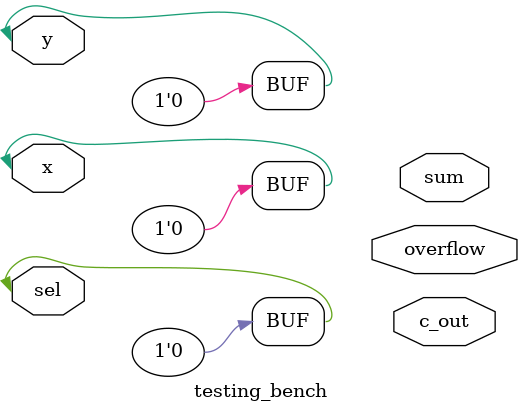
<source format=v>
`timescale 1ns / 1ps


module testing_bench(
    input x,y, sel,
    output overflow, c_out, sum
    );
    
    assign x = 6'b10_1010;
    assign y = 6'b01_1100;
    assign sel = 0;    
endmodule


</source>
